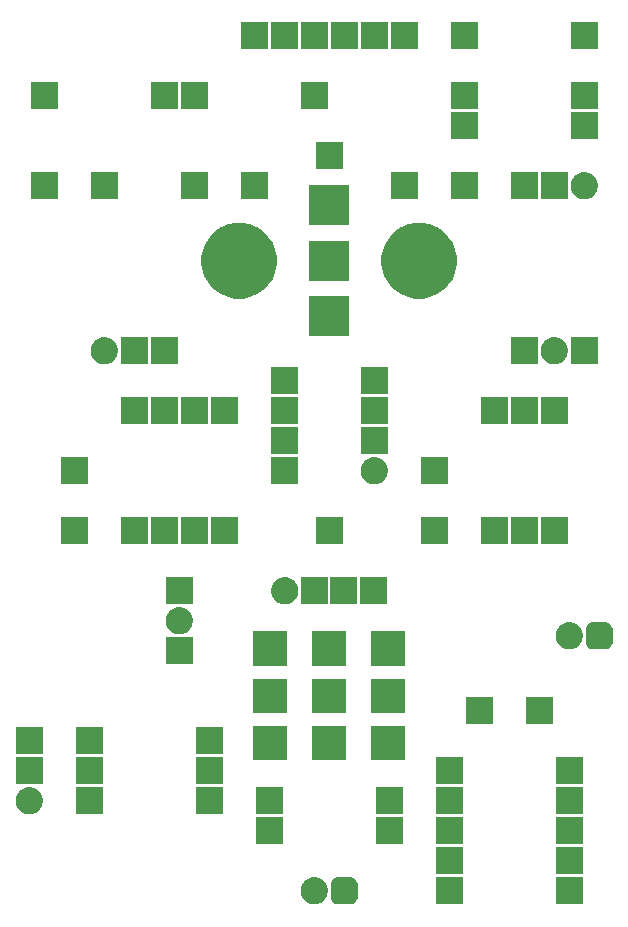
<source format=gbr>
G04 #@! TF.GenerationSoftware,KiCad,Pcbnew,5.1.6-c6e7f7d~87~ubuntu19.10.1*
G04 #@! TF.CreationDate,2022-01-09T05:59:06+06:00*
G04 #@! TF.ProjectId,__________________________r1a,4240353c-3e3b-43e5-9f41-3048385f3e33,1A*
G04 #@! TF.SameCoordinates,Original*
G04 #@! TF.FileFunction,Soldermask,Bot*
G04 #@! TF.FilePolarity,Negative*
%FSLAX46Y46*%
G04 Gerber Fmt 4.6, Leading zero omitted, Abs format (unit mm)*
G04 Created by KiCad (PCBNEW 5.1.6-c6e7f7d~87~ubuntu19.10.1) date 2022-01-09 05:59:06*
%MOMM*%
%LPD*%
G01*
G04 APERTURE LIST*
%ADD10C,0.100000*%
G04 APERTURE END LIST*
D10*
G36*
X126880000Y-201810000D02*
G01*
X124580000Y-201810000D01*
X124580000Y-199510000D01*
X126880000Y-199510000D01*
X126880000Y-201810000D01*
G37*
G36*
X104364354Y-199532097D02*
G01*
X104475443Y-199554194D01*
X104598039Y-199604976D01*
X104684728Y-199640883D01*
X104873081Y-199766736D01*
X105033264Y-199926919D01*
X105159117Y-200115272D01*
X105194212Y-200200000D01*
X105245806Y-200324557D01*
X105290000Y-200546735D01*
X105290000Y-200773265D01*
X105245806Y-200995443D01*
X105195024Y-201118039D01*
X105159117Y-201204728D01*
X105033264Y-201393081D01*
X104873081Y-201553264D01*
X104684728Y-201679117D01*
X104598039Y-201715024D01*
X104475443Y-201765806D01*
X104364354Y-201787903D01*
X104253267Y-201810000D01*
X104026733Y-201810000D01*
X103915646Y-201787903D01*
X103804557Y-201765806D01*
X103681961Y-201715024D01*
X103595272Y-201679117D01*
X103406919Y-201553264D01*
X103246736Y-201393081D01*
X103120883Y-201204728D01*
X103084976Y-201118039D01*
X103034194Y-200995443D01*
X102990000Y-200773265D01*
X102990000Y-200546735D01*
X103034194Y-200324557D01*
X103085788Y-200200000D01*
X103120883Y-200115272D01*
X103246736Y-199926919D01*
X103406919Y-199766736D01*
X103595272Y-199640883D01*
X103681961Y-199604976D01*
X103804557Y-199554194D01*
X103915646Y-199532097D01*
X104026733Y-199510000D01*
X104253267Y-199510000D01*
X104364354Y-199532097D01*
G37*
G36*
X107290663Y-199523111D02*
G01*
X107416307Y-199561225D01*
X107532096Y-199623115D01*
X107633590Y-199706410D01*
X107716885Y-199807904D01*
X107778775Y-199923693D01*
X107816889Y-200049337D01*
X107830000Y-200182454D01*
X107830000Y-201137546D01*
X107816889Y-201270663D01*
X107778775Y-201396307D01*
X107716885Y-201512096D01*
X107633590Y-201613590D01*
X107532096Y-201696885D01*
X107416307Y-201758775D01*
X107290663Y-201796889D01*
X107157546Y-201810000D01*
X106202454Y-201810000D01*
X106069337Y-201796889D01*
X105943693Y-201758775D01*
X105827904Y-201696885D01*
X105726410Y-201613590D01*
X105643115Y-201512096D01*
X105581225Y-201396307D01*
X105543111Y-201270663D01*
X105530000Y-201137546D01*
X105530000Y-200182454D01*
X105543111Y-200049337D01*
X105581225Y-199923693D01*
X105643115Y-199807904D01*
X105726410Y-199706410D01*
X105827904Y-199623115D01*
X105943693Y-199561225D01*
X106069337Y-199523111D01*
X106202454Y-199510000D01*
X107157546Y-199510000D01*
X107290663Y-199523111D01*
G37*
G36*
X116720000Y-201810000D02*
G01*
X114420000Y-201810000D01*
X114420000Y-199510000D01*
X116720000Y-199510000D01*
X116720000Y-201810000D01*
G37*
G36*
X126880000Y-199270000D02*
G01*
X124580000Y-199270000D01*
X124580000Y-196970000D01*
X126880000Y-196970000D01*
X126880000Y-199270000D01*
G37*
G36*
X116720000Y-199270000D02*
G01*
X114420000Y-199270000D01*
X114420000Y-196970000D01*
X116720000Y-196970000D01*
X116720000Y-199270000D01*
G37*
G36*
X116720000Y-196730000D02*
G01*
X114420000Y-196730000D01*
X114420000Y-194430000D01*
X116720000Y-194430000D01*
X116720000Y-196730000D01*
G37*
G36*
X126880000Y-196730000D02*
G01*
X124580000Y-196730000D01*
X124580000Y-194430000D01*
X126880000Y-194430000D01*
X126880000Y-196730000D01*
G37*
G36*
X101480000Y-196730000D02*
G01*
X99180000Y-196730000D01*
X99180000Y-194430000D01*
X101480000Y-194430000D01*
X101480000Y-196730000D01*
G37*
G36*
X111640000Y-196730000D02*
G01*
X109340000Y-196730000D01*
X109340000Y-194430000D01*
X111640000Y-194430000D01*
X111640000Y-196730000D01*
G37*
G36*
X126880000Y-194190000D02*
G01*
X124580000Y-194190000D01*
X124580000Y-191890000D01*
X126880000Y-191890000D01*
X126880000Y-194190000D01*
G37*
G36*
X101480000Y-194190000D02*
G01*
X99180000Y-194190000D01*
X99180000Y-191890000D01*
X101480000Y-191890000D01*
X101480000Y-194190000D01*
G37*
G36*
X111640000Y-194190000D02*
G01*
X109340000Y-194190000D01*
X109340000Y-191890000D01*
X111640000Y-191890000D01*
X111640000Y-194190000D01*
G37*
G36*
X116720000Y-194190000D02*
G01*
X114420000Y-194190000D01*
X114420000Y-191890000D01*
X116720000Y-191890000D01*
X116720000Y-194190000D01*
G37*
G36*
X96400000Y-194190000D02*
G01*
X94100000Y-194190000D01*
X94100000Y-191890000D01*
X96400000Y-191890000D01*
X96400000Y-194190000D01*
G37*
G36*
X86240000Y-194190000D02*
G01*
X83940000Y-194190000D01*
X83940000Y-191890000D01*
X86240000Y-191890000D01*
X86240000Y-194190000D01*
G37*
G36*
X80234354Y-191912097D02*
G01*
X80345443Y-191934194D01*
X80468039Y-191984976D01*
X80554728Y-192020883D01*
X80743081Y-192146736D01*
X80903264Y-192306919D01*
X81029117Y-192495272D01*
X81065024Y-192581961D01*
X81115806Y-192704557D01*
X81160000Y-192926735D01*
X81160000Y-193153265D01*
X81115806Y-193375443D01*
X81065024Y-193498039D01*
X81029117Y-193584728D01*
X80903264Y-193773081D01*
X80743081Y-193933264D01*
X80554728Y-194059117D01*
X80468039Y-194095024D01*
X80345443Y-194145806D01*
X80234354Y-194167903D01*
X80123267Y-194190000D01*
X79896733Y-194190000D01*
X79785646Y-194167903D01*
X79674557Y-194145806D01*
X79551961Y-194095024D01*
X79465272Y-194059117D01*
X79276919Y-193933264D01*
X79116736Y-193773081D01*
X78990883Y-193584728D01*
X78954976Y-193498039D01*
X78904194Y-193375443D01*
X78860000Y-193153265D01*
X78860000Y-192926735D01*
X78904194Y-192704557D01*
X78954976Y-192581961D01*
X78990883Y-192495272D01*
X79116736Y-192306919D01*
X79276919Y-192146736D01*
X79465272Y-192020883D01*
X79551961Y-191984976D01*
X79674557Y-191934194D01*
X79785646Y-191912097D01*
X79896733Y-191890000D01*
X80123267Y-191890000D01*
X80234354Y-191912097D01*
G37*
G36*
X96400000Y-191650000D02*
G01*
X94100000Y-191650000D01*
X94100000Y-189350000D01*
X96400000Y-189350000D01*
X96400000Y-191650000D01*
G37*
G36*
X86240000Y-191650000D02*
G01*
X83940000Y-191650000D01*
X83940000Y-189350000D01*
X86240000Y-189350000D01*
X86240000Y-191650000D01*
G37*
G36*
X116720000Y-191650000D02*
G01*
X114420000Y-191650000D01*
X114420000Y-189350000D01*
X116720000Y-189350000D01*
X116720000Y-191650000D01*
G37*
G36*
X126880000Y-191650000D02*
G01*
X124580000Y-191650000D01*
X124580000Y-189350000D01*
X126880000Y-189350000D01*
X126880000Y-191650000D01*
G37*
G36*
X81160000Y-191650000D02*
G01*
X78860000Y-191650000D01*
X78860000Y-189350000D01*
X81160000Y-189350000D01*
X81160000Y-191650000D01*
G37*
G36*
X101860000Y-189600000D02*
G01*
X98960000Y-189600000D01*
X98960000Y-186700000D01*
X101860000Y-186700000D01*
X101860000Y-189600000D01*
G37*
G36*
X106860000Y-189600000D02*
G01*
X103960000Y-189600000D01*
X103960000Y-186700000D01*
X106860000Y-186700000D01*
X106860000Y-189600000D01*
G37*
G36*
X111860000Y-189600000D02*
G01*
X108960000Y-189600000D01*
X108960000Y-186700000D01*
X111860000Y-186700000D01*
X111860000Y-189600000D01*
G37*
G36*
X81160000Y-189110000D02*
G01*
X78860000Y-189110000D01*
X78860000Y-186810000D01*
X81160000Y-186810000D01*
X81160000Y-189110000D01*
G37*
G36*
X96400000Y-189110000D02*
G01*
X94100000Y-189110000D01*
X94100000Y-186810000D01*
X96400000Y-186810000D01*
X96400000Y-189110000D01*
G37*
G36*
X86240000Y-189110000D02*
G01*
X83940000Y-189110000D01*
X83940000Y-186810000D01*
X86240000Y-186810000D01*
X86240000Y-189110000D01*
G37*
G36*
X119260000Y-186570000D02*
G01*
X116960000Y-186570000D01*
X116960000Y-184270000D01*
X119260000Y-184270000D01*
X119260000Y-186570000D01*
G37*
G36*
X124340000Y-186570000D02*
G01*
X122040000Y-186570000D01*
X122040000Y-184270000D01*
X124340000Y-184270000D01*
X124340000Y-186570000D01*
G37*
G36*
X101860000Y-185600000D02*
G01*
X98960000Y-185600000D01*
X98960000Y-182700000D01*
X101860000Y-182700000D01*
X101860000Y-185600000D01*
G37*
G36*
X106860000Y-185600000D02*
G01*
X103960000Y-185600000D01*
X103960000Y-182700000D01*
X106860000Y-182700000D01*
X106860000Y-185600000D01*
G37*
G36*
X111860000Y-185600000D02*
G01*
X108960000Y-185600000D01*
X108960000Y-182700000D01*
X111860000Y-182700000D01*
X111860000Y-185600000D01*
G37*
G36*
X111860000Y-181600000D02*
G01*
X108960000Y-181600000D01*
X108960000Y-178700000D01*
X111860000Y-178700000D01*
X111860000Y-181600000D01*
G37*
G36*
X106860000Y-181600000D02*
G01*
X103960000Y-181600000D01*
X103960000Y-178700000D01*
X106860000Y-178700000D01*
X106860000Y-181600000D01*
G37*
G36*
X101860000Y-181600000D02*
G01*
X98960000Y-181600000D01*
X98960000Y-178700000D01*
X101860000Y-178700000D01*
X101860000Y-181600000D01*
G37*
G36*
X93860000Y-181490000D02*
G01*
X91560000Y-181490000D01*
X91560000Y-179190000D01*
X93860000Y-179190000D01*
X93860000Y-181490000D01*
G37*
G36*
X128880663Y-177933111D02*
G01*
X129006307Y-177971225D01*
X129122096Y-178033115D01*
X129223590Y-178116410D01*
X129306885Y-178217904D01*
X129368775Y-178333693D01*
X129406889Y-178459337D01*
X129420000Y-178592454D01*
X129420000Y-179547546D01*
X129406889Y-179680663D01*
X129368775Y-179806307D01*
X129306885Y-179922096D01*
X129223590Y-180023590D01*
X129122096Y-180106885D01*
X129006307Y-180168775D01*
X128880663Y-180206889D01*
X128747546Y-180220000D01*
X127792454Y-180220000D01*
X127659337Y-180206889D01*
X127533693Y-180168775D01*
X127417904Y-180106885D01*
X127316410Y-180023590D01*
X127233115Y-179922096D01*
X127171225Y-179806307D01*
X127133111Y-179680663D01*
X127120000Y-179547546D01*
X127120000Y-178592454D01*
X127133111Y-178459337D01*
X127171225Y-178333693D01*
X127233115Y-178217904D01*
X127316410Y-178116410D01*
X127417904Y-178033115D01*
X127533693Y-177971225D01*
X127659337Y-177933111D01*
X127792454Y-177920000D01*
X128747546Y-177920000D01*
X128880663Y-177933111D01*
G37*
G36*
X125954354Y-177942097D02*
G01*
X126065443Y-177964194D01*
X126188039Y-178014976D01*
X126274728Y-178050883D01*
X126463081Y-178176736D01*
X126623264Y-178336919D01*
X126749117Y-178525272D01*
X126784212Y-178610000D01*
X126835806Y-178734557D01*
X126835806Y-178734559D01*
X126880000Y-178956733D01*
X126880000Y-179183267D01*
X126857903Y-179294354D01*
X126835806Y-179405443D01*
X126785024Y-179528039D01*
X126749117Y-179614728D01*
X126623264Y-179803081D01*
X126463081Y-179963264D01*
X126274728Y-180089117D01*
X126188039Y-180125024D01*
X126065443Y-180175806D01*
X125954354Y-180197903D01*
X125843267Y-180220000D01*
X125616733Y-180220000D01*
X125505646Y-180197903D01*
X125394557Y-180175806D01*
X125271961Y-180125024D01*
X125185272Y-180089117D01*
X124996919Y-179963264D01*
X124836736Y-179803081D01*
X124710883Y-179614728D01*
X124674976Y-179528039D01*
X124624194Y-179405443D01*
X124602097Y-179294354D01*
X124580000Y-179183267D01*
X124580000Y-178956733D01*
X124624194Y-178734559D01*
X124624194Y-178734557D01*
X124675788Y-178610000D01*
X124710883Y-178525272D01*
X124836736Y-178336919D01*
X124996919Y-178176736D01*
X125185272Y-178050883D01*
X125271961Y-178014976D01*
X125394557Y-177964194D01*
X125505646Y-177942097D01*
X125616733Y-177920000D01*
X125843267Y-177920000D01*
X125954354Y-177942097D01*
G37*
G36*
X92934354Y-176672097D02*
G01*
X93045443Y-176694194D01*
X93168039Y-176744976D01*
X93254728Y-176780883D01*
X93443081Y-176906736D01*
X93603264Y-177066919D01*
X93729117Y-177255272D01*
X93765024Y-177341961D01*
X93815806Y-177464557D01*
X93815806Y-177464559D01*
X93860000Y-177686733D01*
X93860000Y-177913267D01*
X93856023Y-177933258D01*
X93815806Y-178135443D01*
X93765024Y-178258039D01*
X93729117Y-178344728D01*
X93603264Y-178533081D01*
X93443081Y-178693264D01*
X93254728Y-178819117D01*
X93168039Y-178855024D01*
X93045443Y-178905806D01*
X92934354Y-178927903D01*
X92823267Y-178950000D01*
X92596733Y-178950000D01*
X92485646Y-178927903D01*
X92374557Y-178905806D01*
X92251961Y-178855024D01*
X92165272Y-178819117D01*
X91976919Y-178693264D01*
X91816736Y-178533081D01*
X91690883Y-178344728D01*
X91654976Y-178258039D01*
X91604194Y-178135443D01*
X91563977Y-177933258D01*
X91560000Y-177913267D01*
X91560000Y-177686733D01*
X91604194Y-177464559D01*
X91604194Y-177464557D01*
X91654976Y-177341961D01*
X91690883Y-177255272D01*
X91816736Y-177066919D01*
X91976919Y-176906736D01*
X92165272Y-176780883D01*
X92251961Y-176744976D01*
X92374557Y-176694194D01*
X92485646Y-176672097D01*
X92596733Y-176650000D01*
X92823267Y-176650000D01*
X92934354Y-176672097D01*
G37*
G36*
X110310000Y-176410000D02*
G01*
X108010000Y-176410000D01*
X108010000Y-174110000D01*
X110310000Y-174110000D01*
X110310000Y-176410000D01*
G37*
G36*
X107810000Y-176410000D02*
G01*
X105510000Y-176410000D01*
X105510000Y-174110000D01*
X107810000Y-174110000D01*
X107810000Y-176410000D01*
G37*
G36*
X105310000Y-176410000D02*
G01*
X103010000Y-176410000D01*
X103010000Y-174110000D01*
X105310000Y-174110000D01*
X105310000Y-176410000D01*
G37*
G36*
X101884354Y-174132097D02*
G01*
X101995443Y-174154194D01*
X102118039Y-174204976D01*
X102204728Y-174240883D01*
X102393081Y-174366736D01*
X102553264Y-174526919D01*
X102679117Y-174715272D01*
X102715024Y-174801961D01*
X102765806Y-174924557D01*
X102810000Y-175146735D01*
X102810000Y-175373265D01*
X102765806Y-175595443D01*
X102715024Y-175718039D01*
X102679117Y-175804728D01*
X102553264Y-175993081D01*
X102393081Y-176153264D01*
X102204728Y-176279117D01*
X102118039Y-176315024D01*
X101995443Y-176365806D01*
X101884354Y-176387903D01*
X101773267Y-176410000D01*
X101546733Y-176410000D01*
X101435646Y-176387903D01*
X101324557Y-176365806D01*
X101201961Y-176315024D01*
X101115272Y-176279117D01*
X100926919Y-176153264D01*
X100766736Y-175993081D01*
X100640883Y-175804728D01*
X100604976Y-175718039D01*
X100554194Y-175595443D01*
X100510000Y-175373265D01*
X100510000Y-175146735D01*
X100554194Y-174924557D01*
X100604976Y-174801961D01*
X100640883Y-174715272D01*
X100766736Y-174526919D01*
X100926919Y-174366736D01*
X101115272Y-174240883D01*
X101201961Y-174204976D01*
X101324557Y-174154194D01*
X101435646Y-174132097D01*
X101546733Y-174110000D01*
X101773267Y-174110000D01*
X101884354Y-174132097D01*
G37*
G36*
X93860000Y-176410000D02*
G01*
X91560000Y-176410000D01*
X91560000Y-174110000D01*
X93860000Y-174110000D01*
X93860000Y-176410000D01*
G37*
G36*
X84970000Y-171330000D02*
G01*
X82670000Y-171330000D01*
X82670000Y-169030000D01*
X84970000Y-169030000D01*
X84970000Y-171330000D01*
G37*
G36*
X123070000Y-171330000D02*
G01*
X120770000Y-171330000D01*
X120770000Y-169030000D01*
X123070000Y-169030000D01*
X123070000Y-171330000D01*
G37*
G36*
X115450000Y-171330000D02*
G01*
X113150000Y-171330000D01*
X113150000Y-169030000D01*
X115450000Y-169030000D01*
X115450000Y-171330000D01*
G37*
G36*
X106560000Y-171330000D02*
G01*
X104260000Y-171330000D01*
X104260000Y-169030000D01*
X106560000Y-169030000D01*
X106560000Y-171330000D01*
G37*
G36*
X97670000Y-171330000D02*
G01*
X95370000Y-171330000D01*
X95370000Y-169030000D01*
X97670000Y-169030000D01*
X97670000Y-171330000D01*
G37*
G36*
X120530000Y-171330000D02*
G01*
X118230000Y-171330000D01*
X118230000Y-169030000D01*
X120530000Y-169030000D01*
X120530000Y-171330000D01*
G37*
G36*
X95130000Y-171330000D02*
G01*
X92830000Y-171330000D01*
X92830000Y-169030000D01*
X95130000Y-169030000D01*
X95130000Y-171330000D01*
G37*
G36*
X125610000Y-171330000D02*
G01*
X123310000Y-171330000D01*
X123310000Y-169030000D01*
X125610000Y-169030000D01*
X125610000Y-171330000D01*
G37*
G36*
X92590000Y-171330000D02*
G01*
X90290000Y-171330000D01*
X90290000Y-169030000D01*
X92590000Y-169030000D01*
X92590000Y-171330000D01*
G37*
G36*
X90050000Y-171330000D02*
G01*
X87750000Y-171330000D01*
X87750000Y-169030000D01*
X90050000Y-169030000D01*
X90050000Y-171330000D01*
G37*
G36*
X102750000Y-166250000D02*
G01*
X100450000Y-166250000D01*
X100450000Y-163950000D01*
X102750000Y-163950000D01*
X102750000Y-166250000D01*
G37*
G36*
X115450000Y-166250000D02*
G01*
X113150000Y-166250000D01*
X113150000Y-163950000D01*
X115450000Y-163950000D01*
X115450000Y-166250000D01*
G37*
G36*
X109444354Y-163972097D02*
G01*
X109555443Y-163994194D01*
X109678039Y-164044976D01*
X109764728Y-164080883D01*
X109953081Y-164206736D01*
X110113264Y-164366919D01*
X110239117Y-164555272D01*
X110275024Y-164641961D01*
X110325806Y-164764557D01*
X110370000Y-164986735D01*
X110370000Y-165213265D01*
X110325806Y-165435443D01*
X110275024Y-165558039D01*
X110239117Y-165644728D01*
X110113264Y-165833081D01*
X109953081Y-165993264D01*
X109764728Y-166119117D01*
X109678039Y-166155024D01*
X109555443Y-166205806D01*
X109444354Y-166227903D01*
X109333267Y-166250000D01*
X109106733Y-166250000D01*
X108995646Y-166227903D01*
X108884557Y-166205806D01*
X108761961Y-166155024D01*
X108675272Y-166119117D01*
X108486919Y-165993264D01*
X108326736Y-165833081D01*
X108200883Y-165644728D01*
X108164976Y-165558039D01*
X108114194Y-165435443D01*
X108070000Y-165213265D01*
X108070000Y-164986735D01*
X108114194Y-164764557D01*
X108164976Y-164641961D01*
X108200883Y-164555272D01*
X108326736Y-164366919D01*
X108486919Y-164206736D01*
X108675272Y-164080883D01*
X108761961Y-164044976D01*
X108884557Y-163994194D01*
X108995646Y-163972097D01*
X109106733Y-163950000D01*
X109333267Y-163950000D01*
X109444354Y-163972097D01*
G37*
G36*
X84970000Y-166250000D02*
G01*
X82670000Y-166250000D01*
X82670000Y-163950000D01*
X84970000Y-163950000D01*
X84970000Y-166250000D01*
G37*
G36*
X102750000Y-163710000D02*
G01*
X100450000Y-163710000D01*
X100450000Y-161410000D01*
X102750000Y-161410000D01*
X102750000Y-163710000D01*
G37*
G36*
X110370000Y-163710000D02*
G01*
X108070000Y-163710000D01*
X108070000Y-161410000D01*
X110370000Y-161410000D01*
X110370000Y-163710000D01*
G37*
G36*
X120530000Y-161170000D02*
G01*
X118230000Y-161170000D01*
X118230000Y-158870000D01*
X120530000Y-158870000D01*
X120530000Y-161170000D01*
G37*
G36*
X97670000Y-161170000D02*
G01*
X95370000Y-161170000D01*
X95370000Y-158870000D01*
X97670000Y-158870000D01*
X97670000Y-161170000D01*
G37*
G36*
X95130000Y-161170000D02*
G01*
X92830000Y-161170000D01*
X92830000Y-158870000D01*
X95130000Y-158870000D01*
X95130000Y-161170000D01*
G37*
G36*
X92590000Y-161170000D02*
G01*
X90290000Y-161170000D01*
X90290000Y-158870000D01*
X92590000Y-158870000D01*
X92590000Y-161170000D01*
G37*
G36*
X110370000Y-161170000D02*
G01*
X108070000Y-161170000D01*
X108070000Y-158870000D01*
X110370000Y-158870000D01*
X110370000Y-161170000D01*
G37*
G36*
X125610000Y-161170000D02*
G01*
X123310000Y-161170000D01*
X123310000Y-158870000D01*
X125610000Y-158870000D01*
X125610000Y-161170000D01*
G37*
G36*
X102750000Y-161170000D02*
G01*
X100450000Y-161170000D01*
X100450000Y-158870000D01*
X102750000Y-158870000D01*
X102750000Y-161170000D01*
G37*
G36*
X90050000Y-161170000D02*
G01*
X87750000Y-161170000D01*
X87750000Y-158870000D01*
X90050000Y-158870000D01*
X90050000Y-161170000D01*
G37*
G36*
X123070000Y-161170000D02*
G01*
X120770000Y-161170000D01*
X120770000Y-158870000D01*
X123070000Y-158870000D01*
X123070000Y-161170000D01*
G37*
G36*
X102750000Y-158630000D02*
G01*
X100450000Y-158630000D01*
X100450000Y-156330000D01*
X102750000Y-156330000D01*
X102750000Y-158630000D01*
G37*
G36*
X110370000Y-158630000D02*
G01*
X108070000Y-158630000D01*
X108070000Y-156330000D01*
X110370000Y-156330000D01*
X110370000Y-158630000D01*
G37*
G36*
X92590000Y-156090000D02*
G01*
X90290000Y-156090000D01*
X90290000Y-153790000D01*
X92590000Y-153790000D01*
X92590000Y-156090000D01*
G37*
G36*
X86584354Y-153812097D02*
G01*
X86695443Y-153834194D01*
X86818039Y-153884976D01*
X86904728Y-153920883D01*
X87093081Y-154046736D01*
X87253264Y-154206919D01*
X87379117Y-154395272D01*
X87415024Y-154481961D01*
X87465806Y-154604557D01*
X87510000Y-154826735D01*
X87510000Y-155053265D01*
X87465806Y-155275443D01*
X87415024Y-155398039D01*
X87379117Y-155484728D01*
X87253264Y-155673081D01*
X87093081Y-155833264D01*
X86904728Y-155959117D01*
X86818039Y-155995024D01*
X86695443Y-156045806D01*
X86584354Y-156067903D01*
X86473267Y-156090000D01*
X86246733Y-156090000D01*
X86135646Y-156067903D01*
X86024557Y-156045806D01*
X85901961Y-155995024D01*
X85815272Y-155959117D01*
X85626919Y-155833264D01*
X85466736Y-155673081D01*
X85340883Y-155484728D01*
X85304976Y-155398039D01*
X85254194Y-155275443D01*
X85210000Y-155053265D01*
X85210000Y-154826735D01*
X85254194Y-154604557D01*
X85304976Y-154481961D01*
X85340883Y-154395272D01*
X85466736Y-154206919D01*
X85626919Y-154046736D01*
X85815272Y-153920883D01*
X85901961Y-153884976D01*
X86024557Y-153834194D01*
X86135646Y-153812097D01*
X86246733Y-153790000D01*
X86473267Y-153790000D01*
X86584354Y-153812097D01*
G37*
G36*
X90050000Y-156090000D02*
G01*
X87750000Y-156090000D01*
X87750000Y-153790000D01*
X90050000Y-153790000D01*
X90050000Y-156090000D01*
G37*
G36*
X123070000Y-156090000D02*
G01*
X120770000Y-156090000D01*
X120770000Y-153790000D01*
X123070000Y-153790000D01*
X123070000Y-156090000D01*
G37*
G36*
X124684354Y-153812097D02*
G01*
X124795443Y-153834194D01*
X124918039Y-153884976D01*
X125004728Y-153920883D01*
X125193081Y-154046736D01*
X125353264Y-154206919D01*
X125479117Y-154395272D01*
X125515024Y-154481961D01*
X125565806Y-154604557D01*
X125610000Y-154826735D01*
X125610000Y-155053265D01*
X125565806Y-155275443D01*
X125515024Y-155398039D01*
X125479117Y-155484728D01*
X125353264Y-155673081D01*
X125193081Y-155833264D01*
X125004728Y-155959117D01*
X124918039Y-155995024D01*
X124795443Y-156045806D01*
X124684354Y-156067903D01*
X124573267Y-156090000D01*
X124346733Y-156090000D01*
X124235646Y-156067903D01*
X124124557Y-156045806D01*
X124001961Y-155995024D01*
X123915272Y-155959117D01*
X123726919Y-155833264D01*
X123566736Y-155673081D01*
X123440883Y-155484728D01*
X123404976Y-155398039D01*
X123354194Y-155275443D01*
X123310000Y-155053265D01*
X123310000Y-154826735D01*
X123354194Y-154604557D01*
X123404976Y-154481961D01*
X123440883Y-154395272D01*
X123566736Y-154206919D01*
X123726919Y-154046736D01*
X123915272Y-153920883D01*
X124001961Y-153884976D01*
X124124557Y-153834194D01*
X124235646Y-153812097D01*
X124346733Y-153790000D01*
X124573267Y-153790000D01*
X124684354Y-153812097D01*
G37*
G36*
X128150000Y-156090000D02*
G01*
X125850000Y-156090000D01*
X125850000Y-153790000D01*
X128150000Y-153790000D01*
X128150000Y-156090000D01*
G37*
G36*
X107110000Y-153720000D02*
G01*
X103710000Y-153720000D01*
X103710000Y-150320000D01*
X107110000Y-150320000D01*
X107110000Y-153720000D01*
G37*
G36*
X113963404Y-144242974D02*
G01*
X114304545Y-144384279D01*
X114545768Y-144484197D01*
X115069881Y-144834398D01*
X115515602Y-145280119D01*
X115865803Y-145804232D01*
X115865803Y-145804233D01*
X116107026Y-146386596D01*
X116230000Y-147004826D01*
X116230000Y-147635174D01*
X116107026Y-148253404D01*
X115965721Y-148594545D01*
X115865803Y-148835768D01*
X115515602Y-149359881D01*
X115069881Y-149805602D01*
X114545768Y-150155803D01*
X114304545Y-150255721D01*
X113963404Y-150397026D01*
X113345174Y-150520000D01*
X112714826Y-150520000D01*
X112096596Y-150397026D01*
X111755455Y-150255721D01*
X111514232Y-150155803D01*
X110990119Y-149805602D01*
X110544398Y-149359881D01*
X110194197Y-148835768D01*
X110094279Y-148594545D01*
X109952974Y-148253404D01*
X109830000Y-147635174D01*
X109830000Y-147004826D01*
X109952974Y-146386596D01*
X110194197Y-145804233D01*
X110194197Y-145804232D01*
X110544398Y-145280119D01*
X110990119Y-144834398D01*
X111514232Y-144484197D01*
X111755455Y-144384279D01*
X112096596Y-144242974D01*
X112714826Y-144120000D01*
X113345174Y-144120000D01*
X113963404Y-144242974D01*
G37*
G36*
X98723404Y-144242974D02*
G01*
X99064545Y-144384279D01*
X99305768Y-144484197D01*
X99829881Y-144834398D01*
X100275602Y-145280119D01*
X100625803Y-145804232D01*
X100625803Y-145804233D01*
X100867026Y-146386596D01*
X100990000Y-147004826D01*
X100990000Y-147635174D01*
X100867026Y-148253404D01*
X100725721Y-148594545D01*
X100625803Y-148835768D01*
X100275602Y-149359881D01*
X99829881Y-149805602D01*
X99305768Y-150155803D01*
X99064545Y-150255721D01*
X98723404Y-150397026D01*
X98105174Y-150520000D01*
X97474826Y-150520000D01*
X96856596Y-150397026D01*
X96515455Y-150255721D01*
X96274232Y-150155803D01*
X95750119Y-149805602D01*
X95304398Y-149359881D01*
X94954197Y-148835768D01*
X94854279Y-148594545D01*
X94712974Y-148253404D01*
X94590000Y-147635174D01*
X94590000Y-147004826D01*
X94712974Y-146386596D01*
X94954197Y-145804233D01*
X94954197Y-145804232D01*
X95304398Y-145280119D01*
X95750119Y-144834398D01*
X96274232Y-144484197D01*
X96515455Y-144384279D01*
X96856596Y-144242974D01*
X97474826Y-144120000D01*
X98105174Y-144120000D01*
X98723404Y-144242974D01*
G37*
G36*
X107110000Y-149020000D02*
G01*
X103710000Y-149020000D01*
X103710000Y-145620000D01*
X107110000Y-145620000D01*
X107110000Y-149020000D01*
G37*
G36*
X107110000Y-144320000D02*
G01*
X103710000Y-144320000D01*
X103710000Y-140920000D01*
X107110000Y-140920000D01*
X107110000Y-144320000D01*
G37*
G36*
X95130000Y-142120000D02*
G01*
X92830000Y-142120000D01*
X92830000Y-139820000D01*
X95130000Y-139820000D01*
X95130000Y-142120000D01*
G37*
G36*
X82430000Y-142120000D02*
G01*
X80130000Y-142120000D01*
X80130000Y-139820000D01*
X82430000Y-139820000D01*
X82430000Y-142120000D01*
G37*
G36*
X117990000Y-142120000D02*
G01*
X115690000Y-142120000D01*
X115690000Y-139820000D01*
X117990000Y-139820000D01*
X117990000Y-142120000D01*
G37*
G36*
X112910000Y-142120000D02*
G01*
X110610000Y-142120000D01*
X110610000Y-139820000D01*
X112910000Y-139820000D01*
X112910000Y-142120000D01*
G37*
G36*
X87510000Y-142120000D02*
G01*
X85210000Y-142120000D01*
X85210000Y-139820000D01*
X87510000Y-139820000D01*
X87510000Y-142120000D01*
G37*
G36*
X100210000Y-142120000D02*
G01*
X97910000Y-142120000D01*
X97910000Y-139820000D01*
X100210000Y-139820000D01*
X100210000Y-142120000D01*
G37*
G36*
X127224354Y-139842097D02*
G01*
X127335443Y-139864194D01*
X127458039Y-139914976D01*
X127544728Y-139950883D01*
X127733081Y-140076736D01*
X127893264Y-140236919D01*
X128019117Y-140425272D01*
X128055024Y-140511961D01*
X128105806Y-140634557D01*
X128150000Y-140856735D01*
X128150000Y-141083265D01*
X128105806Y-141305443D01*
X128055024Y-141428039D01*
X128019117Y-141514728D01*
X127893264Y-141703081D01*
X127733081Y-141863264D01*
X127544728Y-141989117D01*
X127458039Y-142025024D01*
X127335443Y-142075806D01*
X127224354Y-142097903D01*
X127113267Y-142120000D01*
X126886733Y-142120000D01*
X126775646Y-142097903D01*
X126664557Y-142075806D01*
X126541961Y-142025024D01*
X126455272Y-141989117D01*
X126266919Y-141863264D01*
X126106736Y-141703081D01*
X125980883Y-141514728D01*
X125944976Y-141428039D01*
X125894194Y-141305443D01*
X125850000Y-141083265D01*
X125850000Y-140856735D01*
X125894194Y-140634557D01*
X125944976Y-140511961D01*
X125980883Y-140425272D01*
X126106736Y-140236919D01*
X126266919Y-140076736D01*
X126455272Y-139950883D01*
X126541961Y-139914976D01*
X126664557Y-139864194D01*
X126775646Y-139842097D01*
X126886733Y-139820000D01*
X127113267Y-139820000D01*
X127224354Y-139842097D01*
G37*
G36*
X125610000Y-142120000D02*
G01*
X123310000Y-142120000D01*
X123310000Y-139820000D01*
X125610000Y-139820000D01*
X125610000Y-142120000D01*
G37*
G36*
X123070000Y-142120000D02*
G01*
X120770000Y-142120000D01*
X120770000Y-139820000D01*
X123070000Y-139820000D01*
X123070000Y-142120000D01*
G37*
G36*
X106560000Y-139580000D02*
G01*
X104260000Y-139580000D01*
X104260000Y-137280000D01*
X106560000Y-137280000D01*
X106560000Y-139580000D01*
G37*
G36*
X128150000Y-137040000D02*
G01*
X125850000Y-137040000D01*
X125850000Y-134740000D01*
X128150000Y-134740000D01*
X128150000Y-137040000D01*
G37*
G36*
X117990000Y-137040000D02*
G01*
X115690000Y-137040000D01*
X115690000Y-134740000D01*
X117990000Y-134740000D01*
X117990000Y-137040000D01*
G37*
G36*
X92590000Y-134500000D02*
G01*
X90290000Y-134500000D01*
X90290000Y-132200000D01*
X92590000Y-132200000D01*
X92590000Y-134500000D01*
G37*
G36*
X95130000Y-134500000D02*
G01*
X92830000Y-134500000D01*
X92830000Y-132200000D01*
X95130000Y-132200000D01*
X95130000Y-134500000D01*
G37*
G36*
X128150000Y-134500000D02*
G01*
X125850000Y-134500000D01*
X125850000Y-132200000D01*
X128150000Y-132200000D01*
X128150000Y-134500000D01*
G37*
G36*
X82430000Y-134500000D02*
G01*
X80130000Y-134500000D01*
X80130000Y-132200000D01*
X82430000Y-132200000D01*
X82430000Y-134500000D01*
G37*
G36*
X117990000Y-134500000D02*
G01*
X115690000Y-134500000D01*
X115690000Y-132200000D01*
X117990000Y-132200000D01*
X117990000Y-134500000D01*
G37*
G36*
X105290000Y-134500000D02*
G01*
X102990000Y-134500000D01*
X102990000Y-132200000D01*
X105290000Y-132200000D01*
X105290000Y-134500000D01*
G37*
G36*
X112910000Y-129420000D02*
G01*
X110610000Y-129420000D01*
X110610000Y-127120000D01*
X112910000Y-127120000D01*
X112910000Y-129420000D01*
G37*
G36*
X110370000Y-129420000D02*
G01*
X108070000Y-129420000D01*
X108070000Y-127120000D01*
X110370000Y-127120000D01*
X110370000Y-129420000D01*
G37*
G36*
X100210000Y-129420000D02*
G01*
X97910000Y-129420000D01*
X97910000Y-127120000D01*
X100210000Y-127120000D01*
X100210000Y-129420000D01*
G37*
G36*
X102750000Y-129420000D02*
G01*
X100450000Y-129420000D01*
X100450000Y-127120000D01*
X102750000Y-127120000D01*
X102750000Y-129420000D01*
G37*
G36*
X128150000Y-129420000D02*
G01*
X125850000Y-129420000D01*
X125850000Y-127120000D01*
X128150000Y-127120000D01*
X128150000Y-129420000D01*
G37*
G36*
X117990000Y-129420000D02*
G01*
X115690000Y-129420000D01*
X115690000Y-127120000D01*
X117990000Y-127120000D01*
X117990000Y-129420000D01*
G37*
G36*
X107830000Y-129420000D02*
G01*
X105530000Y-129420000D01*
X105530000Y-127120000D01*
X107830000Y-127120000D01*
X107830000Y-129420000D01*
G37*
G36*
X105290000Y-129420000D02*
G01*
X102990000Y-129420000D01*
X102990000Y-127120000D01*
X105290000Y-127120000D01*
X105290000Y-129420000D01*
G37*
M02*

</source>
